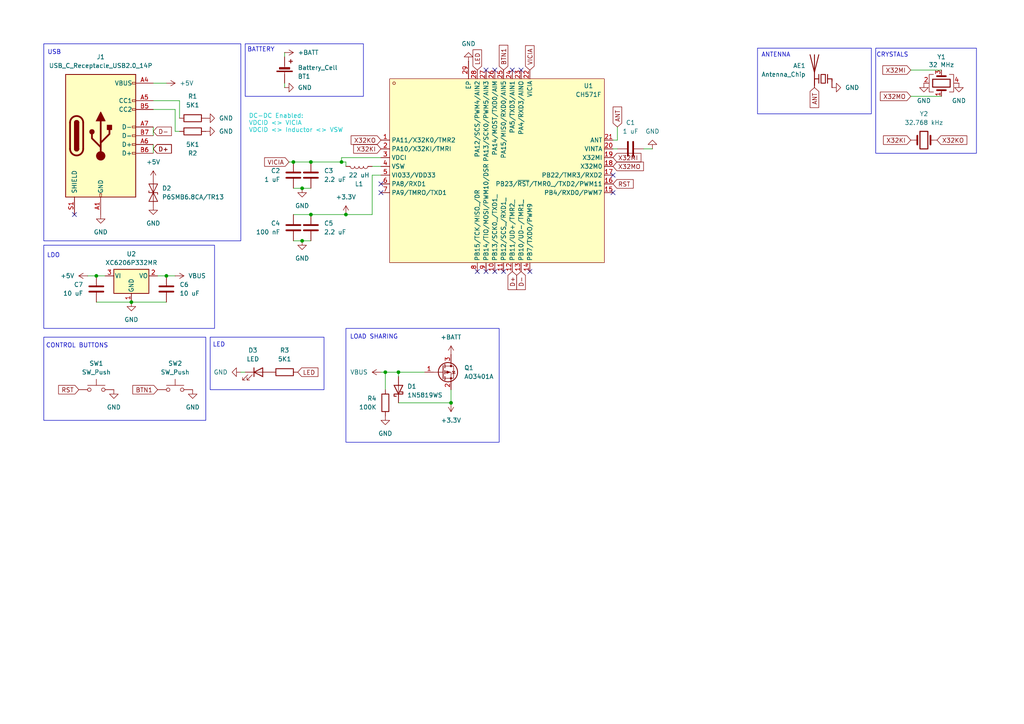
<source format=kicad_sch>
(kicad_sch (version 20231120) (generator "eeschema") (generator_version "8.0")
  (paper "A4")
  (lib_symbols
    (symbol "Connector:USB_C_Receptacle_USB2.0_14P" (pin_names (offset 1.016))
      (property "Reference" "J" (at 0 22.225 0))
      (property "Value" "USB_C_Receptacle_USB2.0_14P" (at 0 19.685 0))
      (symbol "USB_C_Receptacle_USB2.0_14P_0_0"
        (rectangle (start -0.254 -17.78) (end 0.254 -16.764))
        (rectangle (start 10.16 -4.826) (end 9.144 -5.334))
        (rectangle (start 10.16 -2.286) (end 9.144 -2.794))
        (rectangle (start 10.16 0.254) (end 9.144 -0.254))
        (rectangle (start 10.16 2.794) (end 9.144 2.286))
        (rectangle (start 10.16 7.874) (end 9.144 7.366))
        (rectangle (start 10.16 10.414) (end 9.144 9.906))
        (rectangle (start 10.16 15.494) (end 9.144 14.986))
      )
      (symbol "USB_C_Receptacle_USB2.0_14P_0_1"
        (rectangle (start -10.16 17.78) (end 10.16 -17.78) (stroke (width 0.254)) (fill (type background)))
        (arc (start -8.89 -3.81) (mid -6.985 -5.7067) (end -5.08 -3.81) (stroke (width 0.508)))
        (arc (start -7.62 -3.81) (mid -6.985 -4.4423) (end -6.35 -3.81) (stroke (width 0.254)))
        (arc (start -7.62 -3.81) (mid -6.985 -4.4423) (end -6.35 -3.81) (stroke (width 0.254)) (fill (type outline)))
        (rectangle (start -7.62 -3.81) (end -6.35 3.81) (stroke (width 0.254)) (fill (type outline)))
        (arc (start -6.35 3.81) (mid -6.985 4.4423) (end -7.62 3.81) (stroke (width 0.254)))
        (arc (start -6.35 3.81) (mid -6.985 4.4423) (end -7.62 3.81) (stroke (width 0.254)) (fill (type outline)))
        (arc (start -5.08 3.81) (mid -6.985 5.7067) (end -8.89 3.81) (stroke (width 0.508)))
        (circle (center -2.54 1.143) (radius 0.635) (stroke (width 0.254)) (fill (type outline)))
        (circle (center 0 -5.842) (radius 1.27) (fill (type outline)))
        (polyline (pts (xy -8.89 -3.81) (xy -8.89 3.81)) (stroke (width 0.508)))
        (polyline (pts (xy -5.08 3.81) (xy -5.08 -3.81)) (stroke (width 0.508)))
        (polyline (pts (xy 0 -5.842) (xy 0 4.318)) (stroke (width 0.508)))
        (polyline (pts (xy 0 -3.302) (xy -2.54 -0.762) (xy -2.54 0.508)) (stroke (width 0.508)))
        (polyline (pts (xy 0 -2.032) (xy 2.54 0.508) (xy 2.54 1.778)) (stroke (width 0.508)))
        (polyline (pts (xy -1.27 4.318) (xy 0 6.858) (xy 1.27 4.318) (xy -1.27 4.318)) (stroke (width 0.254)) (fill (type outline)))
        (rectangle (start 1.905 1.778) (end 3.175 3.048) (stroke (width 0.254)) (fill (type outline)))
      )
      (symbol "USB_C_Receptacle_USB2.0_14P_1_1"
        (pin passive line (at 0 -22.86 90) (length 5.08) (name "GND") (number "A1"))
        (pin passive line (at 0 -22.86 90) (length 5.08) hide (name "GND") (number "A12"))
        (pin passive line (at 15.24 15.24 180) (length 5.08) (name "VBUS") (number "A4"))
        (pin bidirectional line (at 15.24 10.16 180) (length 5.08) (name "CC1") (number "A5"))
        (pin bidirectional line (at 15.24 -2.54 180) (length 5.08) (name "D+") (number "A6"))
        (pin bidirectional line (at 15.24 2.54 180) (length 5.08) (name "D-") (number "A7"))
        (pin passive line (at 15.24 15.24 180) (length 5.08) hide (name "VBUS") (number "A9"))
        (pin passive line (at 0 -22.86 90) (length 5.08) hide (name "GND") (number "B1"))
        (pin passive line (at 0 -22.86 90) (length 5.08) hide (name "GND") (number "B12"))
        (pin passive line (at 15.24 15.24 180) (length 5.08) hide (name "VBUS") (number "B4"))
        (pin bidirectional line (at 15.24 7.62 180) (length 5.08) (name "CC2") (number "B5"))
        (pin bidirectional line (at 15.24 -5.08 180) (length 5.08) (name "D+") (number "B6"))
        (pin bidirectional line (at 15.24 0 180) (length 5.08) (name "D-") (number "B7"))
        (pin passive line (at 15.24 15.24 180) (length 5.08) hide (name "VBUS") (number "B9"))
        (pin passive line (at -7.62 -22.86 90) (length 5.08) (name "SHIELD") (number "S1"))
      )
    )
    (symbol "Device:Antenna_Chip" (pin_numbers hide) (pin_names (offset 1.016) hide)
      (property "Reference" "AE" (at 0 5.08 0))
      (property "Value" "Antenna_Chip" (at 0 3.175 0))
      (symbol "Antenna_Chip_0_1"
        (polyline (pts (xy -2.54 0) (xy -2.54 -0.635)) (stroke (width 0.254)))
        (polyline (pts (xy -2.54 0) (xy -1.27 0)) (stroke (width 0.254)))
        (polyline (pts (xy 1.27 0) (xy 2.54 0)) (stroke (width 0.254)))
        (polyline (pts (xy 1.27 1.27) (xy 1.27 -1.27)) (stroke (width 0.254)))
        (polyline (pts (xy 2.54 -0.635) (xy 2.54 0)))
        (polyline (pts (xy 2.54 6.985) (xy 2.54 -1.905)) (stroke (width 0.254)))
        (polyline (pts (xy -1.27 1.27) (xy -1.27 -1.27) (xy -1.27 0)) (stroke (width 0.254)))
        (polyline (pts (xy 3.81 6.985) (xy 2.54 1.905) (xy 1.27 6.985)) (stroke (width 0.254)))
        (polyline (pts (xy -0.635 1.27) (xy 0.635 1.27) (xy 0.635 -1.27) (xy -0.635 -1.27) (xy -0.635 1.27)) (stroke (width 0.254)))
      )
      (symbol "Antenna_Chip_1_1"
        (pin input line (at -2.54 -2.54 90) (length 2.54) (name "FEED") (number "1"))
        (pin passive line (at 2.54 -2.54 90) (length 2.54) (name "PCB_Trace") (number "2"))
      )
    )
    (symbol "Device:Battery_Cell" (pin_numbers hide) (pin_names (offset 0) hide)
      (property "Reference" "BT1" (at 3.81 3.1116 0))
      (property "Value" "Battery_Cell" (at 3.81 0.5716 0))
      (symbol "Battery_Cell_0_1"
        (rectangle (start -2.286 1.778) (end 2.286 1.524) (fill (type outline)))
        (rectangle (start -1.524 1.016) (end 1.524 0.508) (fill (type outline)))
        (polyline (pts (xy 0 0.762) (xy 0 0)))
        (polyline (pts (xy 0 1.778) (xy 0 2.54)))
        (polyline (pts (xy 1.27 -1.27) (xy 2.286 -1.27)) (stroke (width 0.254)))
        (polyline (pts (xy 1.778 -0.762) (xy 1.778 -1.778)) (stroke (width 0.254)))
      )
      (symbol "Battery_Cell_1_1"
        (pin passive line (at 0 5.08 270) (length 2.54) (name "+") (number "1"))
        (pin passive line (at 0 -2.54 90) (length 2.54) (name "-") (number "2"))
      )
    )
    (symbol "Device:C" (pin_numbers hide) (pin_names (offset 0.254))
      (property "Reference" "C" (at 0.635 2.54 0))
      (property "Value" "C" (at 0.635 -2.54 0))
      (symbol "C_0_1"
        (polyline (pts (xy -2.032 -0.762) (xy 2.032 -0.762)) (stroke (width 0.508)))
        (polyline (pts (xy -2.032 0.762) (xy 2.032 0.762)) (stroke (width 0.508)))
      )
      (symbol "C_1_1"
        (pin passive line (at 0 3.81 270) (length 2.794) (name "~") (number "1"))
        (pin passive line (at 0 -3.81 90) (length 2.794) (name "~") (number "2"))
      )
    )
    (symbol "Device:Crystal" (pin_numbers hide) (pin_names (offset 1.016) hide)
      (property "Reference" "Y" (at 0 3.81 0))
      (property "Value" "Crystal" (at 0 -3.81 0))
      (symbol "Crystal_0_1"
        (rectangle (start -1.143 2.54) (end 1.143 -2.54) (stroke (width 0.3048)))
        (polyline (pts (xy -2.54 0) (xy -1.905 0)))
        (polyline (pts (xy -1.905 -1.27) (xy -1.905 1.27)) (stroke (width 0.508)))
        (polyline (pts (xy 1.905 -1.27) (xy 1.905 1.27)) (stroke (width 0.508)))
        (polyline (pts (xy 2.54 0) (xy 1.905 0)))
      )
      (symbol "Crystal_1_1"
        (pin passive line (at -3.81 0 0) (length 1.27) (name "1") (number "1"))
        (pin passive line (at 3.81 0 180) (length 1.27) (name "2") (number "2"))
      )
    )
    (symbol "Device:Crystal_GND24" (pin_names (offset 1.016) hide)
      (property "Reference" "Y" (at 3.175 5.08 0))
      (property "Value" "Crystal_GND24" (at 3.175 3.175 0))
      (symbol "Crystal_GND24_0_1"
        (rectangle (start -1.143 2.54) (end 1.143 -2.54) (stroke (width 0.3048)))
        (polyline (pts (xy -2.54 0) (xy -2.032 0)))
        (polyline (pts (xy -2.032 -1.27) (xy -2.032 1.27)) (stroke (width 0.508)))
        (polyline (pts (xy 0 -3.81) (xy 0 -3.556)))
        (polyline (pts (xy 0 3.556) (xy 0 3.81)))
        (polyline (pts (xy 2.032 -1.27) (xy 2.032 1.27)) (stroke (width 0.508)))
        (polyline (pts (xy 2.032 0) (xy 2.54 0)))
        (polyline (pts (xy -2.54 -2.286) (xy -2.54 -3.556) (xy 2.54 -3.556) (xy 2.54 -2.286)))
        (polyline (pts (xy -2.54 2.286) (xy -2.54 3.556) (xy 2.54 3.556) (xy 2.54 2.286)))
      )
      (symbol "Crystal_GND24_1_1"
        (pin passive line (at -3.81 0 0) (length 1.27) (name "1") (number "1"))
        (pin passive line (at 0 5.08 270) (length 1.27) (name "2") (number "2"))
        (pin passive line (at 3.81 0 180) (length 1.27) (name "3") (number "3"))
        (pin passive line (at 0 -5.08 90) (length 1.27) (name "4") (number "4"))
      )
    )
    (symbol "Device:L" (pin_numbers hide) (pin_names (offset 1.016) hide)
      (property "Reference" "L" (at -1.27 0 90))
      (property "Value" "L" (at 1.905 0 90))
      (symbol "L_0_1"
        (arc (start 0 -2.54) (mid 0.6323 -1.905) (end 0 -1.27))
        (arc (start 0 -1.27) (mid 0.6323 -0.635) (end 0 0))
        (arc (start 0 0) (mid 0.6323 0.635) (end 0 1.27))
        (arc (start 0 1.27) (mid 0.6323 1.905) (end 0 2.54))
      )
      (symbol "L_1_1"
        (pin passive line (at 0 3.81 270) (length 1.27) (name "1") (number "1"))
        (pin passive line (at 0 -3.81 90) (length 1.27) (name "2") (number "2"))
      )
    )
    (symbol "Device:LED" (pin_numbers hide) (pin_names (offset 1.016) hide)
      (property "Reference" "D" (at 0 2.54 0))
      (property "Value" "LED" (at 0 -2.54 0))
      (symbol "LED_0_1"
        (polyline (pts (xy -1.27 -1.27) (xy -1.27 1.27)) (stroke (width 0.254)))
        (polyline (pts (xy -1.27 0) (xy 1.27 0)))
        (polyline (pts (xy 1.27 -1.27) (xy 1.27 1.27) (xy -1.27 0) (xy 1.27 -1.27)) (stroke (width 0.254)))
        (polyline (pts (xy -3.048 -0.762) (xy -4.572 -2.286) (xy -3.81 -2.286) (xy -4.572 -2.286) (xy -4.572 -1.524)))
        (polyline (pts (xy -1.778 -0.762) (xy -3.302 -2.286) (xy -2.54 -2.286) (xy -3.302 -2.286) (xy -3.302 -1.524)))
      )
      (symbol "LED_1_1"
        (pin passive line (at -3.81 0 0) (length 2.54) (name "K") (number "1"))
        (pin passive line (at 3.81 0 180) (length 2.54) (name "A") (number "2"))
      )
    )
    (symbol "Device:R" (pin_numbers hide) (pin_names (offset 0))
      (property "Reference" "R" (at 2.032 0 90))
      (property "Value" "R" (at 0 0 90))
      (symbol "R_0_1"
        (rectangle (start -1.016 -2.54) (end 1.016 2.54) (stroke (width 0.254)))
      )
      (symbol "R_1_1"
        (pin passive line (at 0 3.81 270) (length 1.27) (name "~") (number "1"))
        (pin passive line (at 0 -3.81 90) (length 1.27) (name "~") (number "2"))
      )
    )
    (symbol "Diode:1N5819WS" (pin_numbers hide) (pin_names (offset 1.016) hide)
      (property "Reference" "D" (at 0 2.54 0))
      (property "Value" "1N5819WS" (at 0 -2.54 0))
      (symbol "1N5819WS_0_1"
        (polyline (pts (xy 1.27 0) (xy -1.27 0)))
        (polyline (pts (xy 1.27 1.27) (xy 1.27 -1.27) (xy -1.27 0) (xy 1.27 1.27)) (stroke (width 0.254)))
        (polyline (pts (xy -1.905 0.635) (xy -1.905 1.27) (xy -1.27 1.27) (xy -1.27 -1.27) (xy -0.635 -1.27) (xy -0.635 -0.635)) (stroke (width 0.254)))
      )
      (symbol "1N5819WS_1_1"
        (pin passive line (at -3.81 0 0) (length 2.54) (name "K") (number "1"))
        (pin passive line (at 3.81 0 180) (length 2.54) (name "A") (number "2"))
      )
    )
    (symbol "Diode:ESD9B3.3ST5G" (pin_numbers hide) (pin_names (offset 1.016) hide)
      (property "Reference" "D" (at 0 2.54 0))
      (property "Value" "ESD9B3.3ST5G" (at 0 -2.54 0))
      (symbol "ESD9B3.3ST5G_0_1"
        (polyline (pts (xy 1.27 0) (xy -1.27 0)))
        (polyline (pts (xy -2.54 -1.27) (xy 0 0) (xy -2.54 1.27) (xy -2.54 -1.27)) (stroke (width 0.2032)))
        (polyline (pts (xy 0.508 1.27) (xy 0 1.27) (xy 0 -1.27) (xy -0.508 -1.27)) (stroke (width 0.2032)))
        (polyline (pts (xy 2.54 1.27) (xy 2.54 -1.27) (xy 0 0) (xy 2.54 1.27)) (stroke (width 0.2032)))
      )
      (symbol "ESD9B3.3ST5G_1_1"
        (pin passive line (at -3.81 0 0) (length 2.54) (name "A1") (number "1"))
        (pin passive line (at 3.81 0 180) (length 2.54) (name "A2") (number "2"))
      )
    )
    (symbol "Regulator_Linear:XC6206PxxxMR" (pin_names (offset 0.254))
      (property "Reference" "U" (at -3.81 3.175 0))
      (property "Value" "XC6206PxxxMR" (at 0 3.175 0))
      (symbol "XC6206PxxxMR_0_1"
        (rectangle (start -5.08 1.905) (end 5.08 -5.08) (stroke (width 0.254)) (fill (type background)))
      )
      (symbol "XC6206PxxxMR_1_1"
        (pin power_in line (at 0 -7.62 90) (length 2.54) (name "GND") (number "1"))
        (pin power_out line (at 7.62 0 180) (length 2.54) (name "VO") (number "2"))
        (pin power_in line (at -7.62 0 0) (length 2.54) (name "VI") (number "3"))
      )
    )
    (symbol "Switch:SW_Push" (pin_numbers hide) (pin_names (offset 1.016) hide)
      (property "Reference" "SW" (at 1.27 2.54 0))
      (property "Value" "SW_Push" (at 0 -1.524 0))
      (symbol "SW_Push_0_1"
        (circle (center -2.032 0) (radius 0.508))
        (polyline (pts (xy 0 1.27) (xy 0 3.048)))
        (polyline (pts (xy 2.54 1.27) (xy -2.54 1.27)))
        (circle (center 2.032 0) (radius 0.508))
        (pin passive line (at -5.08 0 0) (length 2.54) (name "1") (number "1"))
        (pin passive line (at 5.08 0 180) (length 2.54) (name "2") (number "2"))
      )
    )
    (symbol "Transistor_FET:AO3401A" (pin_names hide)
      (property "Reference" "Q" (at 5.08 1.905 0))
      (property "Value" "AO3401A" (at 5.08 0 0))
      (symbol "AO3401A_0_1"
        (polyline (pts (xy 0.254 0) (xy -2.54 0)))
        (polyline (pts (xy 0.254 1.905) (xy 0.254 -1.905)) (stroke (width 0.254)))
        (polyline (pts (xy 0.762 -1.27) (xy 0.762 -2.286)) (stroke (width 0.254)))
        (polyline (pts (xy 0.762 0.508) (xy 0.762 -0.508)) (stroke (width 0.254)))
        (polyline (pts (xy 0.762 2.286) (xy 0.762 1.27)) (stroke (width 0.254)))
        (polyline (pts (xy 2.54 2.54) (xy 2.54 1.778)))
        (polyline (pts (xy 2.54 -2.54) (xy 2.54 0) (xy 0.762 0)))
        (polyline (pts (xy 0.762 1.778) (xy 3.302 1.778) (xy 3.302 -1.778) (xy 0.762 -1.778)))
        (polyline (pts (xy 2.286 0) (xy 1.27 0.381) (xy 1.27 -0.381) (xy 2.286 0)) (fill (type outline)))
        (polyline (pts (xy 2.794 -0.508) (xy 2.921 -0.381) (xy 3.683 -0.381) (xy 3.81 -0.254)))
        (polyline (pts (xy 3.302 -0.381) (xy 2.921 0.254) (xy 3.683 0.254) (xy 3.302 -0.381)))
        (circle (center 1.651 0) (radius 2.794) (stroke (width 0.254)))
        (circle (center 2.54 -1.778) (radius 0.254) (fill (type outline)))
        (circle (center 2.54 1.778) (radius 0.254) (fill (type outline)))
      )
      (symbol "AO3401A_1_1"
        (pin input line (at -5.08 0 0) (length 2.54) (name "G") (number "1"))
        (pin passive line (at 2.54 -5.08 90) (length 2.54) (name "S") (number "2"))
        (pin passive line (at 2.54 5.08 270) (length 2.54) (name "D") (number "3"))
      )
    )
    (symbol "lcsc:CH571F"
      (property "Reference" "U" (at 9.144 43.434 0))
      (property "Value" "CH571F" (at 11.684 46.99 0))
      (symbol "CH571F_0_1"
        (rectangle (start -38.1 45.72) (end 24.13 -7.62) (fill (type background)))
        (circle (center -36.83 44.45) (radius 0.38))
        (pin unspecified line (at -40.64 27.94 0) (length 2.54) (name "PA11/X32K0/TMR2") (number "1"))
        (pin unspecified line (at -7.62 -10.16 90) (length 2.54) (name "PB13/SCK0_/TXD1_") (number "10"))
        (pin unspecified line (at -5.08 -10.16 90) (length 2.54) (name "PB12/SCS_/RXD1_") (number "11"))
        (pin unspecified line (at -2.54 -10.16 90) (length 2.54) (name "PB11/UD+/TMR2_") (number "12"))
        (pin unspecified line (at 0 -10.16 90) (length 2.54) (name "PB10/UD-/TMR1_") (number "13"))
        (pin unspecified line (at 2.54 -10.16 90) (length 2.54) (name "PB7/TXDO/PWM9") (number "14"))
        (pin unspecified line (at 26.67 12.7 180) (length 2.54) (name "PB4/RXD0/PWM7") (number "15"))
        (pin unspecified line (at 26.67 15.24 180) (length 2.54) (name "PB23/~{RST}/TMR0_/TXD2/PWM11") (number "16"))
        (pin unspecified line (at 26.67 17.78 180) (length 2.54) (name "PB22/TMR3/RXD2") (number "17"))
        (pin unspecified line (at 26.67 20.32 180) (length 2.54) (name "X32M0") (number "18"))
        (pin unspecified line (at 26.67 22.86 180) (length 2.54) (name "X32MI") (number "19"))
        (pin unspecified line (at -40.64 25.4 0) (length 2.54) (name "PA10/X32KI/TMRI") (number "2"))
        (pin unspecified line (at 26.67 25.4 180) (length 2.54) (name "VINTA") (number "20"))
        (pin unspecified line (at 26.67 27.94 180) (length 2.54) (name "ANT") (number "21"))
        (pin unspecified line (at 2.54 48.26 270) (length 2.54) (name "VICIA") (number "22"))
        (pin unspecified line (at 0 48.26 270) (length 2.54) (name "PA4/RXD3/AINO") (number "23"))
        (pin unspecified line (at -2.54 48.26 270) (length 2.54) (name "PA5/TXD3/AIN1") (number "24"))
        (pin unspecified line (at -5.08 48.26 270) (length 2.54) (name "PA15/MIS0/RXD0/AIN5") (number "25"))
        (pin unspecified line (at -7.62 48.26 270) (length 2.54) (name "PA14/MOST/TXD0/AIM") (number "26"))
        (pin unspecified line (at -10.16 48.26 270) (length 2.54) (name "PA13/SCK0/PWM5/AIN3") (number "27"))
        (pin unspecified line (at -12.7 48.26 270) (length 2.54) (name "PA12/SCS/PWM4/AIN2") (number "28"))
        (pin unspecified line (at -15.24 50.8 270) (length 5.08) (name "EP") (number "29"))
        (pin unspecified line (at -40.64 22.86 0) (length 2.54) (name "VDCI") (number "3"))
        (pin unspecified line (at -40.64 20.32 0) (length 2.54) (name "VSW") (number "4"))
        (pin unspecified line (at -40.64 17.78 0) (length 2.54) (name "VI033/VDD33") (number "5"))
        (pin unspecified line (at -40.64 15.24 0) (length 2.54) (name "PA8/RXD1") (number "6"))
        (pin unspecified line (at -40.64 12.7 0) (length 2.54) (name "PA9/TMRO/TXD1") (number "7"))
        (pin unspecified line (at -12.7 -10.16 90) (length 2.54) (name "PB15/TCK/MISO_/DR") (number "8"))
        (pin unspecified line (at -10.16 -10.16 90) (length 2.54) (name "PB14/TIO/MOSI/PWM10/DSR") (number "9"))
      )
    )
    (symbol "power:+3.3V" (power) (pin_numbers hide) (pin_names (offset 0) hide)
      (property "Value" "+3.3V" (at 0 3.556 0))
      (symbol "+3.3V_0_1"
        (polyline (pts (xy -0.762 1.27) (xy 0 2.54)))
        (polyline (pts (xy 0 0) (xy 0 2.54)))
        (polyline (pts (xy 0 2.54) (xy 0.762 1.27)))
      )
      (symbol "+3.3V_1_1"
        (pin power_in line (at 0 0 90) (length 0) (name "~") (number "1"))
      )
    )
    (symbol "power:+5V" (power) (pin_numbers hide) (pin_names (offset 0) hide)
      (property "Value" "+5V" (at 0 3.556 0))
      (symbol "+5V_0_1"
        (polyline (pts (xy -0.762 1.27) (xy 0 2.54)))
        (polyline (pts (xy 0 0) (xy 0 2.54)))
        (polyline (pts (xy 0 2.54) (xy 0.762 1.27)))
      )
      (symbol "+5V_1_1"
        (pin power_in line (at 0 0 90) (length 0) (name "~") (number "1"))
      )
    )
    (symbol "power:+BATT" (power) (pin_numbers hide) (pin_names (offset 0) hide)
      (property "Value" "+BATT" (at 0 3.556 0))
      (symbol "+BATT_0_1"
        (polyline (pts (xy -0.762 1.27) (xy 0 2.54)))
        (polyline (pts (xy 0 0) (xy 0 2.54)))
        (polyline (pts (xy 0 2.54) (xy 0.762 1.27)))
      )
      (symbol "+BATT_1_1"
        (pin power_in line (at 0 0 90) (length 0) (name "~") (number "1"))
      )
    )
    (symbol "power:GND" (power) (pin_numbers hide) (pin_names (offset 0) hide)
      (property "Value" "GND" (at 0 -3.81 0))
      (symbol "GND_0_1"
        (polyline (pts (xy 0 0) (xy 0 -1.27) (xy 1.27 -1.27) (xy 0 -2.54) (xy -1.27 -1.27) (xy 0 -1.27)))
      )
      (symbol "GND_1_1"
        (pin power_in line (at 0 0 270) (length 0) (name "~") (number "1"))
      )
    )
    (symbol "power:VBUS" (power) (pin_numbers hide) (pin_names (offset 0) hide)
      (property "Value" "VBUS" (at 0 3.556 0))
      (symbol "VBUS_0_1"
        (polyline (pts (xy -0.762 1.27) (xy 0 2.54)))
        (polyline (pts (xy 0 0) (xy 0 2.54)))
        (polyline (pts (xy 0 2.54) (xy 0.762 1.27)))
      )
      (symbol "VBUS_1_1"
        (pin power_in line (at 0 0 90) (length 0) (name "~") (number "1"))
      )
    )
  )
  (junction (at 130.81 116.84))
  (junction (at 111.76 107.95))
  (junction (at 90.17 62.23))
  (junction (at 115.57 107.95))
  (junction (at 87.63 54.61))
  (junction (at 48.26 80.01))
  (junction (at 100.33 62.23))
  (junction (at 38.1 87.63))
  (junction (at 99.06 46.99))
  (junction (at 27.94 80.01))
  (junction (at 90.17 46.99))
  (junction (at 85.09 46.99))
  (junction (at 87.63 69.85))
  (no_connect (at 143.51 20.32))
  (no_connect (at 21.59 62.23))
  (no_connect (at 153.67 78.74))
  (no_connect (at 140.97 20.32))
  (no_connect (at 146.05 78.74))
  (no_connect (at 110.49 53.34))
  (no_connect (at 110.49 55.88))
  (no_connect (at 177.8 55.88))
  (no_connect (at 138.43 78.74))
  (no_connect (at 143.51 78.74))
  (no_connect (at 151.13 20.32))
  (no_connect (at 177.8 50.8))
  (no_connect (at 140.97 78.74))
  (no_connect (at 148.59 20.32))
  (wire (pts (xy 44.45 36.83) (xy 44.45 39.37)))
  (wire (pts (xy 115.57 116.84) (xy 130.81 116.84)))
  (wire (pts (xy 107.95 50.8) (xy 107.95 62.23)))
  (wire (pts (xy 90.17 62.23) (xy 85.09 62.23)))
  (wire (pts (xy 83.82 46.99) (xy 85.09 46.99)))
  (wire (pts (xy 115.57 107.95) (xy 123.19 107.95)))
  (wire (pts (xy 107.95 48.26) (xy 110.49 48.26)))
  (wire (pts (xy 107.95 50.8) (xy 110.49 50.8)))
  (wire (pts (xy 50.8 31.75) (xy 50.8 38.1)))
  (wire (pts (xy 130.81 113.03) (xy 130.81 116.84)))
  (wire (pts (xy 99.06 45.72) (xy 110.49 45.72)))
  (wire (pts (xy 111.76 107.95) (xy 115.57 107.95)))
  (wire (pts (xy 44.45 31.75) (xy 50.8 31.75)))
  (wire (pts (xy 27.94 87.63) (xy 38.1 87.63)))
  (wire (pts (xy 85.09 46.99) (xy 90.17 46.99)))
  (wire (pts (xy 27.94 80.01) (xy 30.48 80.01)))
  (wire (pts (xy 44.45 41.91) (xy 44.45 44.45)))
  (wire (pts (xy 110.49 107.95) (xy 111.76 107.95)))
  (wire (pts (xy 111.76 107.95) (xy 111.76 113.03)))
  (wire (pts (xy 90.17 46.99) (xy 99.06 46.99)))
  (wire (pts (xy 179.07 40.64) (xy 179.07 36.83)))
  (wire (pts (xy 264.16 27.94) (xy 273.05 27.94)))
  (wire (pts (xy 115.57 107.95) (xy 115.57 109.22)))
  (wire (pts (xy 52.07 29.21) (xy 52.07 34.29)))
  (wire (pts (xy 100.33 62.23) (xy 107.95 62.23)))
  (wire (pts (xy 82.55 25.4) (xy 82.55 24.13)))
  (wire (pts (xy 45.72 80.01) (xy 48.26 80.01)))
  (wire (pts (xy 50.8 38.1) (xy 52.07 38.1)))
  (wire (pts (xy 38.1 87.63) (xy 48.26 87.63)))
  (wire (pts (xy 189.23 43.18) (xy 186.69 43.18)))
  (wire (pts (xy 44.45 24.13) (xy 48.26 24.13)))
  (wire (pts (xy 177.8 40.64) (xy 179.07 40.64)))
  (wire (pts (xy 87.63 69.85) (xy 90.17 69.85)))
  (wire (pts (xy 25.4 80.01) (xy 27.94 80.01)))
  (wire (pts (xy 99.06 46.99) (xy 99.06 45.72)))
  (wire (pts (xy 48.26 80.01) (xy 50.8 80.01)))
  (wire (pts (xy 87.63 54.61) (xy 90.17 54.61)))
  (wire (pts (xy 44.45 29.21) (xy 52.07 29.21)))
  (wire (pts (xy 100.33 48.26) (xy 100.33 46.99)))
  (wire (pts (xy 85.09 54.61) (xy 87.63 54.61)))
  (wire (pts (xy 90.17 62.23) (xy 100.33 62.23)))
  (wire (pts (xy 179.07 43.18) (xy 177.8 43.18)))
  (wire (pts (xy 85.09 69.85) (xy 87.63 69.85)))
  (wire (pts (xy 264.16 20.32) (xy 273.05 20.32)))
  (wire (pts (xy 69.85 107.95) (xy 71.12 107.95)))
  (wire (pts (xy 82.55 15.24) (xy 82.55 16.51)))
  (wire (pts (xy 100.33 46.99) (xy 99.06 46.99)))
  (rectangle (start 219.71 13.97) (end 252.73 33.02))
  (rectangle (start 100.33 95.25) (end 144.78 128.27))
  (rectangle (start 71.12 12.7) (end 105.41 27.94))
  (rectangle (start 254 13.97) (end 283.21 44.45))
  (rectangle (start 12.7 12.7) (end 69.85 69.85))
  (rectangle (start 12.7 71.12) (end 62.23 95.25))
  (rectangle (start 12.7 97.79) (end 59.69 121.92))
  (rectangle (start 60.96 97.79) (end 93.98 113.03))
  (text "DC-DC Enabled:\nVDCID <> VICIA\nVDCID <> Inductor <> VSW" (at 72.136 35.814 0) (effects (font (size 1.27 1.27)) (justify left)))
  (text "CONTROL BUTTONS" (at 22.352 100.33 0) (effects (font (size 1.27 1.27))))
  (text "USB" (at 15.748 15.24 0) (effects (font (size 1.27 1.27))))
  (text "LDO" (at 15.494 74.168 0) (effects (font (size 1.27 1.27))))
  (text "LOAD SHARING" (at 108.458 97.79 0) (effects (font (size 1.27 1.27))))
  (text "ANTENNA" (at 225.044 16.002 0) (effects (font (size 1.27 1.27))))
  (text "LED" (at 63.5 100.076 0) (effects (font (size 1.27 1.27))))
  (text "BATTERY" (at 75.692 14.478 0) (effects (font (size 1.27 1.27))))
  (text "CRYSTALS" (at 258.826 16.002 0) (effects (font (size 1.27 1.27))))
  (global_label "X32KI" (shape input) (at 110.49 43.18 180) (property "Intersheetrefs" "${INTERSHEET_REFS}" (effects (hide yes))))
  (global_label "LED" (shape input) (at 138.43 20.32 90) (property "Intersheetrefs" "${INTERSHEET_REFS}" (effects (hide yes))))
  (global_label "X32KO" (shape input) (at 271.78 40.64 0) (property "Intersheetrefs" "${INTERSHEET_REFS}" (effects (hide yes))))
  (global_label "D-" (shape input) (at 151.13 78.74 270) (property "Intersheetrefs" "${INTERSHEET_REFS}" (effects (hide yes))))
  (global_label "ANT" (shape input) (at 236.22 25.4 270) (property "Intersheetrefs" "${INTERSHEET_REFS}" (effects (hide yes))))
  (global_label "D+" (shape input) (at 148.59 78.74 270) (property "Intersheetrefs" "${INTERSHEET_REFS}" (effects (hide yes))))
  (global_label "BTN1" (shape input) (at 45.72 113.03 180) (property "Intersheetrefs" "${INTERSHEET_REFS}" (effects (hide yes))))
  (global_label "ANT" (shape input) (at 179.07 36.83 90) (property "Intersheetrefs" "${INTERSHEET_REFS}" (effects (hide yes))))
  (global_label "D+" (shape input) (at 44.45 43.18 0) (property "Intersheetrefs" "${INTERSHEET_REFS}" (effects (hide yes))))
  (global_label "X32KI" (shape input) (at 264.16 40.64 180) (property "Intersheetrefs" "${INTERSHEET_REFS}" (effects (hide yes))))
  (global_label "BTN1" (shape input) (at 146.05 20.32 90) (property "Intersheetrefs" "${INTERSHEET_REFS}" (effects (hide yes))))
  (global_label "RST" (shape input) (at 177.8 53.34 0) (property "Intersheetrefs" "${INTERSHEET_REFS}" (effects (hide yes))))
  (global_label "LED" (shape input) (at 86.36 107.95 0) (property "Intersheetrefs" "${INTERSHEET_REFS}" (effects (hide yes))))
  (global_label "X32MI" (shape input) (at 264.16 20.32 180) (property "Intersheetrefs" "${INTERSHEET_REFS}" (effects (hide yes))))
  (global_label "X32KO" (shape input) (at 110.49 40.64 180) (property "Intersheetrefs" "${INTERSHEET_REFS}" (effects (hide yes))))
  (global_label "D-" (shape input) (at 44.45 38.1 0) (property "Intersheetrefs" "${INTERSHEET_REFS}" (effects (hide yes))))
  (global_label "D+" (shape input) (at 44.45 43.1709 0) (property "Intersheetrefs" "${INTERSHEET_REFS}" (effects (hide yes))))
  (global_label "VICIA" (shape input) (at 153.67 20.32 90) (property "Intersheetrefs" "${INTERSHEET_REFS}" (effects (hide yes))))
  (global_label "X32MO" (shape input) (at 177.8 48.26 0) (property "Intersheetrefs" "${INTERSHEET_REFS}" (effects (hide yes))))
  (global_label "X32MI" (shape input) (at 177.8 45.72 0) (property "Intersheetrefs" "${INTERSHEET_REFS}" (effects (hide yes))))
  (global_label "X32MO" (shape input) (at 264.16 27.94 180) (property "Intersheetrefs" "${INTERSHEET_REFS}" (effects (hide yes))))
  (global_label "RST" (shape input) (at 22.86 113.03 180) (property "Intersheetrefs" "${INTERSHEET_REFS}" (effects (hide yes))))
  (global_label "VICIA" (shape input) (at 83.82 46.99 180) (property "Intersheetrefs" "${INTERSHEET_REFS}" (effects (hide yes))))
  (symbol (lib_id "Connector:USB_C_Receptacle_USB2.0_14P") (at 29.21 39.37 0) (unit 1)
    (property "Reference" "J1" (at 29.21 16.51 0))
    (property "Value" "USB_C_Receptacle_USB2.0_14P" (at 29.21 19.05 0))
    (property "Footprint" "Connector_USB:USB_C_Receptacle_HCTL_HC-TYPE-C-16P-01A" (effects (hide yes)))
    (property "Datasheet" "https://www.usb.org/sites/default/files/documents/usb_type-c.zip" (effects (hide yes)))
    (property "Description" "USB 2.0-only 14P Type-C Receptacle connector" (effects (hide yes)))
    (property "LCSC" "C19274016" (effects (hide yes)))
  )
  (symbol (lib_id "Device:C") (at 85.09 66.04 0) (mirror x) (unit 1)
    (property "Reference" "C4" (at 81.28 64.7699 0) (effects (justify right)))
    (property "Value" "100 nF" (at 81.28 67.3099 0) (effects (justify right)))
    (property "Footprint" "Capacitor_SMD:C_0402_1005Metric" (effects (hide yes)))
    (property "Description" "Unpolarized capacitor" (effects (hide yes)))
    (property "LCSC" "C1525" (effects (hide yes)))
  )
  (symbol (lib_id "power:GND") (at 69.85 107.95 270) (unit 1)
    (property "Reference" "#PWR023" (effects (hide yes)))
    (property "Value" "GND" (at 66.04 107.9499 90) (effects (justify right)))
    (property "Description" "Power symbol creates a global label with name \"GND\" , ground" (effects (hide yes)))
  )
  (symbol (lib_id "power:+5V") (at 25.4 80.01 90) (unit 1)
    (property "Reference" "#PWR07" (effects (hide yes)))
    (property "Value" "+5V" (at 21.59 80.0099 90) (effects (justify left)))
    (property "Description" "Power symbol creates a global label with name \"+5V\"" (effects (hide yes)))
  )
  (symbol (lib_id "power:GND") (at 38.1 87.63 0) (unit 1)
    (property "Reference" "#PWR020" (effects (hide yes)))
    (property "Value" "GND" (at 38.1 92.71 0))
    (property "Description" "Power symbol creates a global label with name \"GND\" , ground" (effects (hide yes)))
  )
  (symbol (lib_id "Device:R") (at 111.76 116.84 0) (unit 1)
    (property "Reference" "R4" (at 109.22 115.5699 0) (effects (justify right)))
    (property "Value" "100K" (at 109.22 118.1099 0) (effects (justify right)))
    (property "Footprint" "Resistor_SMD:R_0402_1005Metric" (effects (hide yes)))
    (property "Description" "Resistor" (effects (hide yes)))
    (property "LCSC" "C25741" (effects (hide yes)))
  )
  (symbol (lib_id "power:+3.3V") (at 100.33 62.23 0) (unit 1)
    (property "Reference" "#PWR016" (effects (hide yes)))
    (property "Value" "+3.3V" (at 100.33 57.15 0))
    (property "Description" "Power symbol creates a global label with name \"+3.3V\"" (effects (hide yes)))
  )
  (symbol (lib_id "Transistor_FET:AO3401A") (at 128.27 107.95 0) (unit 1)
    (property "Reference" "Q1" (at 134.62 106.6799 0) (effects (justify left)))
    (property "Value" "AO3401A" (at 134.62 109.2199 0) (effects (justify left)))
    (property "Footprint" "Package_TO_SOT_SMD:SOT-23" (effects (hide yes)))
    (property "Datasheet" "http://www.aosmd.com/pdfs/datasheet/AO3401A.pdf" (effects (hide yes)))
    (property "Description" "-4.0A Id, -30V Vds, P-Channel MOSFET, SOT-23" (effects (hide yes)))
    (property "LCSC" "C15127" (effects (hide yes)))
  )
  (symbol (lib_id "Regulator_Linear:XC6206PxxxMR") (at 38.1 80.01 0) (unit 1)
    (property "Reference" "U2" (at 38.1 73.66 0))
    (property "Value" "XC6206P332MR" (at 38.1 76.2 0))
    (property "Footprint" "Package_TO_SOT_SMD:SOT-23-3" (effects (hide yes)))
    (property "Datasheet" "https://www.torexsemi.com/file/xc6206/XC6206.pdf" (effects (hide yes)))
    (property "Description" "Positive 60-250mA Low Dropout Regulator, Fixed Output, SOT-23" (effects (hide yes)))
    (property "LCSC" "C5446" (effects (hide yes)))
  )
  (symbol (lib_id "Device:LED") (at 74.93 107.95 0) (unit 1)
    (property "Reference" "D3" (at 73.3425 101.6 0))
    (property "Value" "LED" (at 73.3425 104.14 0))
    (property "Footprint" "LED_SMD:LED_0603_1608Metric" (effects (hide yes)))
    (property "Description" "Light emitting diode" (effects (hide yes)))
    (property "LCSC" "C2286" (effects (hide yes)))
  )
  (symbol (lib_id "power:VBUS") (at 110.49 107.95 90) (unit 1)
    (property "Reference" "#PWR019" (effects (hide yes)))
    (property "Value" "VBUS" (at 106.68 107.9499 90) (effects (justify left)))
    (property "Description" "Power symbol creates a global label with name \"VBUS\"" (effects (hide yes)))
  )
  (symbol (lib_id "lcsc:CH571F") (at 151.13 68.58 0) (unit 1)
    (property "Reference" "U1" (at 170.688 24.892 0))
    (property "Value" "CH571F" (at 170.688 27.432 0))
    (property "Footprint" "lcsc:QFN-28_L4.0-W4.0-P0.40-BL-EP2.7" (effects (hide yes)))
    (property "LCSC Part" "C2856288" (effects (hide yes)))
    (property "LCSC" "C2856288" (effects (hide yes)))
  )
  (symbol (lib_id "power:GND") (at 135.89 17.78 180) (unit 1)
    (property "Reference" "#PWR013" (effects (hide yes)))
    (property "Value" "GND" (at 135.89 12.7 0))
    (property "Description" "Power symbol creates a global label with name \"GND\" , ground" (effects (hide yes)))
  )
  (symbol (lib_id "Device:C") (at 48.26 83.82 0) (unit 1)
    (property "Reference" "C6" (at 52.07 82.5499 0) (effects (justify left)))
    (property "Value" "10 uF" (at 52.07 85.0899 0) (effects (justify left)))
    (property "Footprint" "Capacitor_SMD:C_0603_1608Metric" (effects (hide yes)))
    (property "Description" "Unpolarized capacitor" (effects (hide yes)))
    (property "LCSC" "C19702" (effects (hide yes)))
  )
  (symbol (lib_id "Device:L") (at 104.14 48.26 270) (unit 1)
    (property "Reference" "L1" (at 104.14 53.34 90))
    (property "Value" "22 uH" (at 104.14 50.8 90))
    (property "Footprint" "Inductor_SMD:L_0805_2012Metric" (effects (hide yes)))
    (property "Description" "Inductor" (effects (hide yes)))
    (property "LCSC" "C32375" (effects (hide yes)))
  )
  (symbol (lib_id "Device:C") (at 90.17 66.04 180) (unit 1)
    (property "Reference" "C5" (at 93.98 64.7699 0) (effects (justify right)))
    (property "Value" "2.2 uF" (at 93.98 67.3099 0) (effects (justify right)))
    (property "Footprint" "Capacitor_SMD:C_0402_1005Metric" (effects (hide yes)))
    (property "Description" "Unpolarized capacitor" (effects (hide yes)))
    (property "LCSC" "C12530" (effects (hide yes)))
  )
  (symbol (lib_id "Device:Crystal") (at 267.97 40.64 180) (unit 1)
    (property "Reference" "Y2" (at 267.97 33.02 0))
    (property "Value" "32.768 kHz" (at 267.97 35.56 0))
    (property "Footprint" "Crystal:Crystal_SMD_3215-2Pin_3.2x1.5mm" (effects (hide yes)))
    (property "Description" "Two pin crystal" (effects (hide yes)))
    (property "LCSC" "C32346" (effects (hide yes)))
  )
  (symbol (lib_id "power:GND") (at 59.69 34.29 90) (unit 1)
    (property "Reference" "#PWR05" (effects (hide yes)))
    (property "Value" "GND" (at 63.5 34.2899 90) (effects (justify right)))
    (property "Description" "Power symbol creates a global label with name \"GND\" , ground" (effects (hide yes)))
  )
  (symbol (lib_id "Switch:SW_Push") (at 27.94 113.03 0) (unit 1)
    (property "Reference" "SW1" (at 27.94 105.41 0))
    (property "Value" "SW_Push" (at 27.94 107.95 0))
    (property "Footprint" "Button_Switch_SMD:SW_Push_1P1T_XKB_TS-1187A" (effects (hide yes)))
    (property "Description" "Push button switch, generic, two pins" (effects (hide yes)))
    (property "LCSC" "C318884" (effects (hide yes)))
  )
  (symbol (lib_id "power:GND") (at 29.21 62.23 0) (unit 1)
    (property "Reference" "#PWR04" (effects (hide yes)))
    (property "Value" "GND" (at 29.21 67.31 0))
    (property "Description" "Power symbol creates a global label with name \"GND\" , ground" (effects (hide yes)))
  )
  (symbol (lib_id "power:GND") (at 111.76 120.65 0) (unit 1)
    (property "Reference" "#PWR026" (effects (hide yes)))
    (property "Value" "GND" (at 111.76 125.73 0))
    (property "Description" "Power symbol creates a global label with name \"GND\" , ground" (effects (hide yes)))
  )
  (symbol (lib_id "power:GND") (at 87.63 54.61 0) (unit 1)
    (property "Reference" "#PWR015" (effects (hide yes)))
    (property "Value" "GND" (at 87.63 59.69 0))
    (property "Description" "Power symbol creates a global label with name \"GND\" , ground" (effects (hide yes)))
  )
  (symbol (lib_id "power:VBUS") (at 50.8 80.01 270) (unit 1)
    (property "Reference" "#PWR01" (effects (hide yes)))
    (property "Value" "VBUS" (at 54.61 80.0099 90) (effects (justify left)))
    (property "Description" "Power symbol creates a global label with name \"VBUS\"" (effects (hide yes)))
  )
  (symbol (lib_id "power:GND") (at 241.3 25.4 90) (unit 1)
    (property "Reference" "#PWR012" (effects (hide yes)))
    (property "Value" "GND" (at 245.11 25.3999 90) (effects (justify right)))
    (property "Description" "Power symbol creates a global label with name \"GND\" , ground" (effects (hide yes)))
  )
  (symbol (lib_id "Device:Crystal_GND24") (at 273.05 24.13 90) (unit 1)
    (property "Reference" "Y1" (at 273.05 16.51 90))
    (property "Value" "32 MHz" (at 273.05 18.796 90))
    (property "Footprint" "Crystal:Crystal_SMD_3225-4Pin_3.2x2.5mm" (effects (hide yes)))
    (property "Description" "Four pin crystal, GND on pins 2 and 4" (effects (hide yes)))
    (property "LCSC" "C9009" (effects (hide yes)))
  )
  (symbol (lib_id "power:+3.3V") (at 130.81 116.84 180) (unit 1)
    (property "Reference" "#PWR024" (effects (hide yes)))
    (property "Value" "+3.3V" (at 130.81 121.92 0))
    (property "Description" "Power symbol creates a global label with name \"+3.3V\"" (effects (hide yes)))
  )
  (symbol (lib_id "power:GND") (at 267.97 24.13 0) (unit 1)
    (property "Reference" "#PWR011" (effects (hide yes)))
    (property "Value" "GND" (at 267.97 29.21 0))
    (property "Description" "Power symbol creates a global label with name \"GND\" , ground" (effects (hide yes)))
  )
  (symbol (lib_id "Switch:SW_Push") (at 50.8 113.03 0) (unit 1)
    (property "Reference" "SW2" (at 50.8 105.41 0))
    (property "Value" "SW_Push" (at 50.8 107.95 0))
    (property "Footprint" "Button_Switch_SMD:SW_Push_1P1T_XKB_TS-1187A" (effects (hide yes)))
    (property "Description" "Push button switch, generic, two pins" (effects (hide yes)))
    (property "LCSC" "C318884" (effects (hide yes)))
  )
  (symbol (lib_id "power:GND") (at 87.63 69.85 0) (unit 1)
    (property "Reference" "#PWR017" (effects (hide yes)))
    (property "Value" "GND" (at 87.63 74.93 0))
    (property "Description" "Power symbol creates a global label with name \"GND\" , ground" (effects (hide yes)))
  )
  (symbol (lib_id "Diode:1N5819WS") (at 115.57 113.03 90) (unit 1)
    (property "Reference" "D1" (at 118.11 112.0774 90) (effects (justify right)))
    (property "Value" "1N5819WS" (at 118.11 114.6174 90) (effects (justify right)))
    (property "Footprint" "Diode_SMD:D_SOD-323" (effects (hide yes)))
    (property "Datasheet" "https://datasheet.lcsc.com/lcsc/2204281430_Guangdong-Hottech-1N5819WS_C191023.pdf" (effects (hide yes)))
    (property "Description" "40V 600mV@1A 1A SOD-323 Schottky Barrier Diodes, SOD-323" (effects (hide yes)))
    (property "LCSC" "C191023" (effects (hide yes)))
  )
  (symbol (lib_id "power:GND") (at 55.88 113.03 0) (unit 1)
    (property "Reference" "#PWR022" (effects (hide yes)))
    (property "Value" "GND" (at 55.88 118.11 0))
    (property "Description" "Power symbol creates a global label with name \"GND\" , ground" (effects (hide yes)))
  )
  (symbol (lib_id "power:GND") (at 82.55 25.4 90) (unit 1)
    (property "Reference" "#PWR08" (effects (hide yes)))
    (property "Value" "GND" (at 86.36 25.3999 90) (effects (justify right)))
    (property "Description" "Power symbol creates a global label with name \"GND\" , ground" (effects (hide yes)))
  )
  (symbol (lib_id "power:+5V") (at 48.26 24.13 270) (unit 1)
    (property "Reference" "#PWR018" (effects (hide yes)))
    (property "Value" "+5V" (at 52.07 24.1299 90) (effects (justify left)))
    (property "Description" "Power symbol creates a global label with name \"+5V\"" (effects (hide yes)))
  )
  (symbol (lib_id "power:GND") (at 189.23 43.18 180) (unit 1)
    (property "Reference" "#PWR014" (effects (hide yes)))
    (property "Value" "GND" (at 189.23 38.1 0))
    (property "Description" "Power symbol creates a global label with name \"GND\" , ground" (effects (hide yes)))
  )
  (symbol (lib_id "Device:R") (at 55.88 34.29 90) (unit 1)
    (property "Reference" "R1" (at 55.88 27.94 90))
    (property "Value" "5K1" (at 55.88 30.48 90))
    (property "Footprint" "Resistor_SMD:R_0402_1005Metric" (effects (hide yes)))
    (property "Description" "Resistor" (effects (hide yes)))
    (property "LCSC" "C25905" (effects (hide yes)))
  )
  (symbol (lib_id "Device:C") (at 27.94 83.82 0) (mirror y) (unit 1)
    (property "Reference" "C7" (at 24.13 82.5499 0) (effects (justify left)))
    (property "Value" "10 uF" (at 24.13 85.0899 0) (effects (justify left)))
    (property "Footprint" "Capacitor_SMD:C_0603_1608Metric" (effects (hide yes)))
    (property "Description" "Unpolarized capacitor" (effects (hide yes)))
    (property "LCSC" "C19702" (effects (hide yes)))
  )
  (symbol (lib_id "Device:R") (at 82.55 107.95 90) (unit 1)
    (property "Reference" "R3" (at 82.55 101.6 90))
    (property "Value" "5K1" (at 82.55 104.14 90))
    (property "Footprint" "Resistor_SMD:R_0402_1005Metric" (effects (hide yes)))
    (property "Description" "Resistor" (effects (hide yes)))
    (property "LCSC" "C25905" (effects (hide yes)))
  )
  (symbol (lib_id "Device:Battery_Cell") (at 82.55 19.05 0) (mirror x) (unit 1) (in_bom no)
    (property "Reference" "BT1" (at 86.36 22.1616 0) (effects (justify left)))
    (property "Value" "Battery_Cell" (at 86.36 19.6216 0) (effects (justify left)))
    (property "Footprint" "Connector_JST:JST_PH_B2B-PH-K_1x02_P2.00mm_Vertical" (effects (hide yes)))
    (property "Description" "Single-cell battery" (effects (hide yes)))
  )
  (symbol (lib_id "Device:C") (at 182.88 43.18 90) (unit 1)
    (property "Reference" "C1" (at 182.88 35.56 90))
    (property "Value" "1 uF" (at 182.88 38.1 90))
    (property "Footprint" "Capacitor_SMD:C_0402_1005Metric" (effects (hide yes)))
    (property "Description" "Unpolarized capacitor" (effects (hide yes)))
    (property "LCSC" "C52923" (effects (hide yes)))
  )
  (symbol (lib_id "Diode:ESD9B3.3ST5G") (at 44.45 55.88 90) (unit 1)
    (property "Reference" "D2" (at 46.99 54.6099 90) (effects (justify right)))
    (property "Value" "P6SMB6.8CA/TR13" (at 46.99 57.1499 90) (effects (justify right)))
    (property "Footprint" "Diode_SMD:D_SMB" (effects (hide yes)))
    (property "Datasheet" "https://www.onsemi.com/pub/Collateral/ESD9B-D.PDF" (effects (hide yes)))
    (property "Description" "ESD protection diode, 3.3Vrwm, SOD-923" (effects (hide yes)))
    (property "LCSC" "C78395" (effects (hide yes)))
  )
  (symbol (lib_id "Device:C") (at 85.09 50.8 0) (mirror x) (unit 1)
    (property "Reference" "C2" (at 81.28 49.5299 0) (effects (justify right)))
    (property "Value" "1 uF" (at 81.28 52.0699 0) (effects (justify right)))
    (property "Footprint" "Capacitor_SMD:C_0402_1005Metric" (effects (hide yes)))
    (property "Description" "Unpolarized capacitor" (effects (hide yes)))
    (property "LCSC" "C52923" (effects (hide yes)))
  )
  (symbol (lib_id "power:+BATT") (at 130.81 102.87 0) (unit 1)
    (property "Reference" "#PWR025" (effects (hide yes)))
    (property "Value" "+BATT" (at 130.81 97.79 0))
    (property "Description" "Power symbol creates a global label with name \"+BATT\"" (effects (hide yes)))
  )
  (symbol (lib_id "Device:C") (at 90.17 50.8 180) (unit 1)
    (property "Reference" "C3" (at 93.98 49.5299 0) (effects (justify right)))
    (property "Value" "2.2 uF" (at 93.98 52.0699 0) (effects (justify right)))
    (property "Footprint" "Capacitor_SMD:C_0402_1005Metric" (effects (hide yes)))
    (property "Description" "Unpolarized capacitor" (effects (hide yes)))
    (property "LCSC" "C12530" (effects (hide yes)))
  )
  (symbol (lib_id "power:+BATT") (at 82.55 15.24 270) (unit 1)
    (property "Reference" "#PWR09" (effects (hide yes)))
    (property "Value" "+BATT" (at 86.36 15.2399 90) (effects (justify left)))
    (property "Description" "Power symbol creates a global label with name \"+BATT\"" (effects (hide yes)))
  )
  (symbol (lib_id "power:+5V") (at 44.45 52.07 0) (unit 1)
    (property "Reference" "#PWR02" (effects (hide yes)))
    (property "Value" "+5V" (at 44.45 46.99 0))
    (property "Description" "Power symbol creates a global label with name \"+5V\"" (effects (hide yes)))
  )
  (symbol (lib_id "Device:Antenna_Chip") (at 238.76 22.86 0) (mirror y) (unit 1) (in_bom no)
    (property "Reference" "AE1" (at 233.68 19.0499 0) (effects (justify left)))
    (property "Value" "Antenna_Chip" (at 233.68 21.5899 0) (effects (justify left)))
    (property "Footprint" "RF_Antenna:Texas_SWRA117D_2.4GHz_Right" (effects (hide yes)))
    (property "Description" "Ceramic chip antenna with pin for PCB trace" (effects (hide yes)))
  )
  (symbol (lib_id "power:GND") (at 278.13 24.13 0) (unit 1)
    (property "Reference" "#PWR010" (effects (hide yes)))
    (property "Value" "GND" (at 278.13 29.21 0))
    (property "Description" "Power symbol creates a global label with name \"GND\" , ground" (effects (hide yes)))
  )
  (symbol (lib_id "power:GND") (at 33.02 113.03 0) (unit 1)
    (property "Reference" "#PWR021" (effects (hide yes)))
    (property "Value" "GND" (at 33.02 118.11 0))
    (property "Description" "Power symbol creates a global label with name \"GND\" , ground" (effects (hide yes)))
  )
  (symbol (lib_id "power:GND") (at 59.69 38.1 90) (unit 1)
    (property "Reference" "#PWR06" (effects (hide yes)))
    (property "Value" "GND" (at 63.5 38.0999 90) (effects (justify right)))
    (property "Description" "Power symbol creates a global label with name \"GND\" , ground" (effects (hide yes)))
  )
  (symbol (lib_id "Device:R") (at 55.88 38.1 270) (mirror x) (unit 1)
    (property "Reference" "R2" (at 55.88 44.45 90))
    (property "Value" "5K1" (at 55.88 41.91 90))
    (property "Footprint" "Resistor_SMD:R_0402_1005Metric" (effects (hide yes)))
    (property "Description" "Resistor" (effects (hide yes)))
    (property "LCSC" "C25905" (effects (hide yes)))
  )
  (symbol (lib_id "power:GND") (at 44.45 59.69 0) (unit 1)
    (property "Reference" "#PWR03" (effects (hide yes)))
    (property "Value" "GND" (at 44.45 64.77 0))
    (property "Description" "Power symbol creates a global label with name \"GND\" , ground" (effects (hide yes)))
  )
)
</source>
